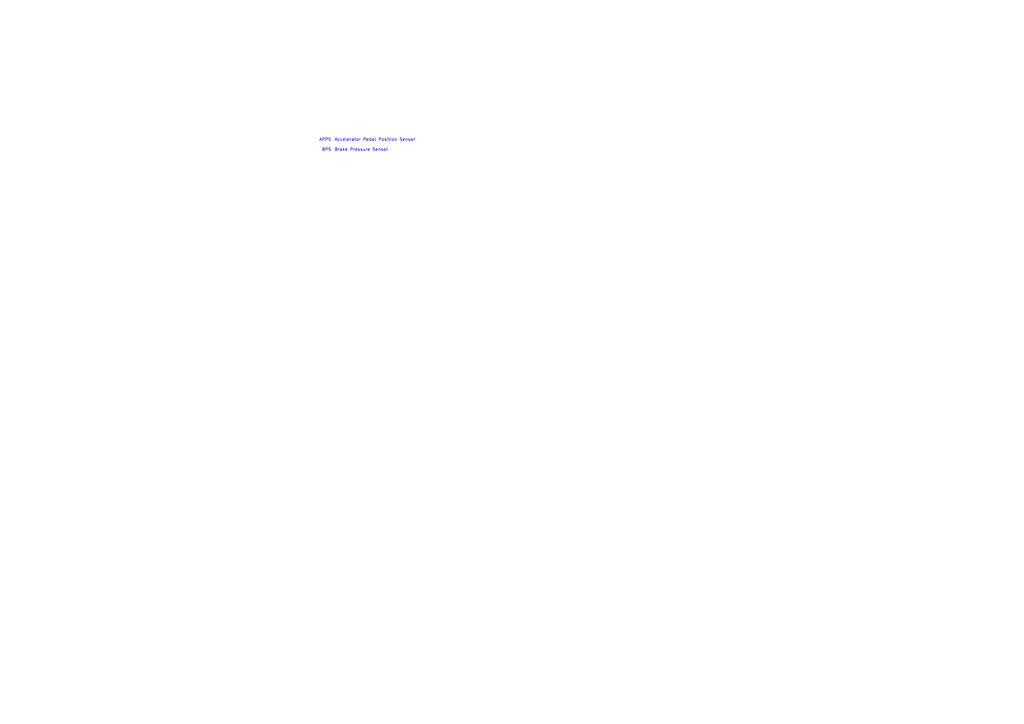
<source format=kicad_sch>
(kicad_sch (version 20230121) (generator eeschema)
  (paper "A3")
  (title_block (title "MISC - ACRONYMS"))
  (lib_symbols)
  (text "Accelerator Pedal Position Sensor\n\nBrake Pressure Sensor" (at 137.16 62.23 0) (effects (font (size 1.27 1.27)) (justify left bottom)))
  (text "APPS\n\nBPS" (at 135.89 62.23 0) (effects (font (size 1.27 1.27)) (justify right bottom)))
)
</source>
